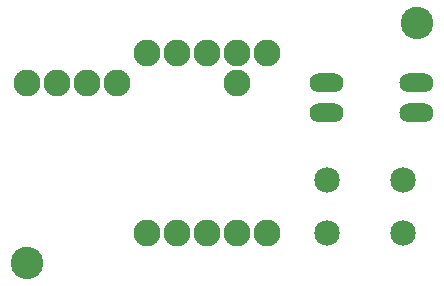
<source format=gts>
G04 MADE WITH FRITZING*
G04 WWW.FRITZING.ORG*
G04 DOUBLE SIDED*
G04 HOLES PLATED*
G04 CONTOUR ON CENTER OF CONTOUR VECTOR*
%ASAXBY*%
%FSLAX23Y23*%
%MOIN*%
%OFA0B0*%
%SFA1.0B1.0*%
%ADD10C,0.085000*%
%ADD11C,0.062000*%
%ADD12C,0.089370*%
%ADD13C,0.108425*%
%ADD14R,0.001000X0.001000*%
%LNMASK1*%
G90*
G70*
G54D10*
X1339Y184D03*
X1083Y184D03*
X1339Y361D03*
X1083Y361D03*
G54D11*
X1084Y684D03*
X1084Y584D03*
X1384Y584D03*
X1384Y684D03*
X1084Y684D03*
X1084Y584D03*
X1384Y584D03*
X1384Y684D03*
G54D12*
X484Y184D03*
X584Y184D03*
X684Y184D03*
X784Y184D03*
X884Y184D03*
G54D13*
X1384Y884D03*
X84Y84D03*
G54D12*
X484Y784D03*
X584Y784D03*
X684Y784D03*
X784Y784D03*
X884Y784D03*
X84Y684D03*
X184Y684D03*
X284Y684D03*
X384Y684D03*
X784Y684D03*
G54D14*
X1056Y715D02*
X1110Y715D01*
X1356Y715D02*
X1410Y715D01*
X1050Y714D02*
X1116Y714D01*
X1350Y714D02*
X1416Y714D01*
X1047Y713D02*
X1119Y713D01*
X1347Y713D02*
X1419Y713D01*
X1044Y712D02*
X1122Y712D01*
X1344Y712D02*
X1422Y712D01*
X1042Y711D02*
X1124Y711D01*
X1342Y711D02*
X1424Y711D01*
X1041Y710D02*
X1125Y710D01*
X1341Y710D02*
X1425Y710D01*
X1039Y709D02*
X1127Y709D01*
X1339Y709D02*
X1427Y709D01*
X1038Y708D02*
X1128Y708D01*
X1338Y708D02*
X1428Y708D01*
X1037Y707D02*
X1129Y707D01*
X1337Y707D02*
X1429Y707D01*
X1036Y706D02*
X1130Y706D01*
X1336Y706D02*
X1430Y706D01*
X1035Y705D02*
X1131Y705D01*
X1335Y705D02*
X1431Y705D01*
X1034Y704D02*
X1132Y704D01*
X1334Y704D02*
X1432Y704D01*
X1033Y703D02*
X1133Y703D01*
X1333Y703D02*
X1433Y703D01*
X1032Y702D02*
X1134Y702D01*
X1332Y702D02*
X1434Y702D01*
X1032Y701D02*
X1134Y701D01*
X1332Y701D02*
X1434Y701D01*
X1031Y700D02*
X1135Y700D01*
X1331Y700D02*
X1435Y700D01*
X1030Y699D02*
X1136Y699D01*
X1330Y699D02*
X1435Y699D01*
X1030Y698D02*
X1136Y698D01*
X1330Y698D02*
X1436Y698D01*
X1029Y697D02*
X1137Y697D01*
X1329Y697D02*
X1436Y697D01*
X1029Y696D02*
X1137Y696D01*
X1329Y696D02*
X1437Y696D01*
X1029Y695D02*
X1082Y695D01*
X1084Y695D02*
X1137Y695D01*
X1329Y695D02*
X1382Y695D01*
X1384Y695D02*
X1437Y695D01*
X1028Y694D02*
X1078Y694D01*
X1088Y694D02*
X1138Y694D01*
X1328Y694D02*
X1378Y694D01*
X1388Y694D02*
X1438Y694D01*
X1028Y693D02*
X1076Y693D01*
X1090Y693D02*
X1138Y693D01*
X1328Y693D02*
X1376Y693D01*
X1390Y693D02*
X1438Y693D01*
X1028Y692D02*
X1075Y692D01*
X1091Y692D02*
X1138Y692D01*
X1328Y692D02*
X1375Y692D01*
X1391Y692D02*
X1438Y692D01*
X1027Y691D02*
X1074Y691D01*
X1092Y691D02*
X1139Y691D01*
X1327Y691D02*
X1374Y691D01*
X1392Y691D02*
X1439Y691D01*
X1027Y690D02*
X1073Y690D01*
X1093Y690D02*
X1139Y690D01*
X1327Y690D02*
X1373Y690D01*
X1393Y690D02*
X1439Y690D01*
X1027Y689D02*
X1073Y689D01*
X1093Y689D02*
X1139Y689D01*
X1327Y689D02*
X1373Y689D01*
X1393Y689D02*
X1439Y689D01*
X1027Y688D02*
X1072Y688D01*
X1094Y688D02*
X1139Y688D01*
X1327Y688D02*
X1372Y688D01*
X1394Y688D02*
X1439Y688D01*
X1027Y687D02*
X1072Y687D01*
X1094Y687D02*
X1139Y687D01*
X1327Y687D02*
X1372Y687D01*
X1394Y687D02*
X1439Y687D01*
X1027Y686D02*
X1072Y686D01*
X1094Y686D02*
X1139Y686D01*
X1327Y686D02*
X1372Y686D01*
X1394Y686D02*
X1439Y686D01*
X1027Y685D02*
X1072Y685D01*
X1094Y685D02*
X1139Y685D01*
X1326Y685D02*
X1371Y685D01*
X1394Y685D02*
X1439Y685D01*
X1026Y684D02*
X1071Y684D01*
X1094Y684D02*
X1139Y684D01*
X1326Y684D02*
X1371Y684D01*
X1394Y684D02*
X1439Y684D01*
X1027Y683D02*
X1072Y683D01*
X1094Y683D02*
X1139Y683D01*
X1326Y683D02*
X1371Y683D01*
X1394Y683D02*
X1439Y683D01*
X1027Y682D02*
X1072Y682D01*
X1094Y682D02*
X1139Y682D01*
X1327Y682D02*
X1372Y682D01*
X1394Y682D02*
X1439Y682D01*
X1027Y681D02*
X1072Y681D01*
X1094Y681D02*
X1139Y681D01*
X1327Y681D02*
X1372Y681D01*
X1394Y681D02*
X1439Y681D01*
X1027Y680D02*
X1072Y680D01*
X1094Y680D02*
X1139Y680D01*
X1327Y680D02*
X1372Y680D01*
X1394Y680D02*
X1439Y680D01*
X1027Y679D02*
X1073Y679D01*
X1093Y679D02*
X1139Y679D01*
X1327Y679D02*
X1373Y679D01*
X1393Y679D02*
X1439Y679D01*
X1027Y678D02*
X1073Y678D01*
X1093Y678D02*
X1139Y678D01*
X1327Y678D02*
X1373Y678D01*
X1393Y678D02*
X1439Y678D01*
X1027Y677D02*
X1074Y677D01*
X1092Y677D02*
X1139Y677D01*
X1327Y677D02*
X1374Y677D01*
X1392Y677D02*
X1438Y677D01*
X1028Y676D02*
X1075Y676D01*
X1091Y676D02*
X1138Y676D01*
X1328Y676D02*
X1375Y676D01*
X1391Y676D02*
X1438Y676D01*
X1028Y675D02*
X1076Y675D01*
X1090Y675D02*
X1138Y675D01*
X1328Y675D02*
X1376Y675D01*
X1390Y675D02*
X1438Y675D01*
X1028Y674D02*
X1078Y674D01*
X1088Y674D02*
X1138Y674D01*
X1328Y674D02*
X1378Y674D01*
X1388Y674D02*
X1438Y674D01*
X1029Y673D02*
X1137Y673D01*
X1329Y673D02*
X1437Y673D01*
X1029Y672D02*
X1137Y672D01*
X1329Y672D02*
X1437Y672D01*
X1030Y671D02*
X1136Y671D01*
X1329Y671D02*
X1436Y671D01*
X1030Y670D02*
X1136Y670D01*
X1330Y670D02*
X1436Y670D01*
X1031Y669D02*
X1135Y669D01*
X1330Y669D02*
X1435Y669D01*
X1031Y668D02*
X1135Y668D01*
X1331Y668D02*
X1435Y668D01*
X1032Y667D02*
X1134Y667D01*
X1332Y667D02*
X1434Y667D01*
X1032Y666D02*
X1134Y666D01*
X1332Y666D02*
X1433Y666D01*
X1033Y665D02*
X1133Y665D01*
X1333Y665D02*
X1433Y665D01*
X1034Y664D02*
X1132Y664D01*
X1334Y664D02*
X1432Y664D01*
X1035Y663D02*
X1131Y663D01*
X1335Y663D02*
X1431Y663D01*
X1036Y662D02*
X1130Y662D01*
X1336Y662D02*
X1430Y662D01*
X1037Y661D02*
X1129Y661D01*
X1337Y661D02*
X1429Y661D01*
X1038Y660D02*
X1128Y660D01*
X1338Y660D02*
X1428Y660D01*
X1039Y659D02*
X1127Y659D01*
X1339Y659D02*
X1426Y659D01*
X1041Y658D02*
X1125Y658D01*
X1341Y658D02*
X1425Y658D01*
X1043Y657D02*
X1123Y657D01*
X1343Y657D02*
X1423Y657D01*
X1045Y656D02*
X1121Y656D01*
X1345Y656D02*
X1421Y656D01*
X1047Y655D02*
X1119Y655D01*
X1347Y655D02*
X1419Y655D01*
X1050Y654D02*
X1116Y654D01*
X1350Y654D02*
X1415Y654D01*
X1056Y615D02*
X1110Y615D01*
X1356Y615D02*
X1410Y615D01*
X1050Y614D02*
X1116Y614D01*
X1350Y614D02*
X1416Y614D01*
X1047Y613D02*
X1119Y613D01*
X1347Y613D02*
X1419Y613D01*
X1044Y612D02*
X1122Y612D01*
X1344Y612D02*
X1422Y612D01*
X1042Y611D02*
X1124Y611D01*
X1342Y611D02*
X1424Y611D01*
X1041Y610D02*
X1125Y610D01*
X1341Y610D02*
X1425Y610D01*
X1039Y609D02*
X1127Y609D01*
X1339Y609D02*
X1427Y609D01*
X1038Y608D02*
X1128Y608D01*
X1338Y608D02*
X1428Y608D01*
X1037Y607D02*
X1129Y607D01*
X1337Y607D02*
X1429Y607D01*
X1036Y606D02*
X1130Y606D01*
X1335Y606D02*
X1430Y606D01*
X1035Y605D02*
X1131Y605D01*
X1335Y605D02*
X1431Y605D01*
X1034Y604D02*
X1132Y604D01*
X1334Y604D02*
X1432Y604D01*
X1033Y603D02*
X1133Y603D01*
X1333Y603D02*
X1433Y603D01*
X1032Y602D02*
X1134Y602D01*
X1332Y602D02*
X1434Y602D01*
X1032Y601D02*
X1134Y601D01*
X1332Y601D02*
X1434Y601D01*
X1031Y600D02*
X1135Y600D01*
X1331Y600D02*
X1435Y600D01*
X1030Y599D02*
X1136Y599D01*
X1330Y599D02*
X1435Y599D01*
X1030Y598D02*
X1136Y598D01*
X1330Y598D02*
X1436Y598D01*
X1029Y597D02*
X1137Y597D01*
X1329Y597D02*
X1436Y597D01*
X1029Y596D02*
X1137Y596D01*
X1329Y596D02*
X1437Y596D01*
X1029Y595D02*
X1081Y595D01*
X1085Y595D02*
X1137Y595D01*
X1329Y595D02*
X1381Y595D01*
X1385Y595D02*
X1437Y595D01*
X1028Y594D02*
X1078Y594D01*
X1088Y594D02*
X1138Y594D01*
X1328Y594D02*
X1378Y594D01*
X1388Y594D02*
X1438Y594D01*
X1028Y593D02*
X1076Y593D01*
X1090Y593D02*
X1138Y593D01*
X1328Y593D02*
X1376Y593D01*
X1390Y593D02*
X1438Y593D01*
X1028Y592D02*
X1075Y592D01*
X1091Y592D02*
X1138Y592D01*
X1328Y592D02*
X1375Y592D01*
X1391Y592D02*
X1438Y592D01*
X1027Y591D02*
X1074Y591D01*
X1092Y591D02*
X1139Y591D01*
X1327Y591D02*
X1374Y591D01*
X1392Y591D02*
X1439Y591D01*
X1027Y590D02*
X1073Y590D01*
X1093Y590D02*
X1139Y590D01*
X1327Y590D02*
X1373Y590D01*
X1393Y590D02*
X1439Y590D01*
X1027Y589D02*
X1073Y589D01*
X1093Y589D02*
X1139Y589D01*
X1327Y589D02*
X1373Y589D01*
X1393Y589D02*
X1439Y589D01*
X1027Y588D02*
X1072Y588D01*
X1094Y588D02*
X1139Y588D01*
X1327Y588D02*
X1372Y588D01*
X1394Y588D02*
X1439Y588D01*
X1027Y587D02*
X1072Y587D01*
X1094Y587D02*
X1139Y587D01*
X1327Y587D02*
X1372Y587D01*
X1394Y587D02*
X1439Y587D01*
X1027Y586D02*
X1072Y586D01*
X1094Y586D02*
X1139Y586D01*
X1327Y586D02*
X1372Y586D01*
X1394Y586D02*
X1439Y586D01*
X1027Y585D02*
X1072Y585D01*
X1094Y585D02*
X1139Y585D01*
X1326Y585D02*
X1371Y585D01*
X1394Y585D02*
X1439Y585D01*
X1026Y584D02*
X1071Y584D01*
X1094Y584D02*
X1139Y584D01*
X1326Y584D02*
X1371Y584D01*
X1394Y584D02*
X1439Y584D01*
X1027Y583D02*
X1072Y583D01*
X1094Y583D02*
X1139Y583D01*
X1326Y583D02*
X1371Y583D01*
X1394Y583D02*
X1439Y583D01*
X1027Y582D02*
X1072Y582D01*
X1094Y582D02*
X1139Y582D01*
X1327Y582D02*
X1372Y582D01*
X1394Y582D02*
X1439Y582D01*
X1027Y581D02*
X1072Y581D01*
X1094Y581D02*
X1139Y581D01*
X1327Y581D02*
X1372Y581D01*
X1394Y581D02*
X1439Y581D01*
X1027Y580D02*
X1072Y580D01*
X1094Y580D02*
X1139Y580D01*
X1327Y580D02*
X1372Y580D01*
X1394Y580D02*
X1439Y580D01*
X1027Y579D02*
X1073Y579D01*
X1093Y579D02*
X1139Y579D01*
X1327Y579D02*
X1373Y579D01*
X1393Y579D02*
X1439Y579D01*
X1027Y578D02*
X1073Y578D01*
X1093Y578D02*
X1139Y578D01*
X1327Y578D02*
X1373Y578D01*
X1393Y578D02*
X1439Y578D01*
X1027Y577D02*
X1074Y577D01*
X1092Y577D02*
X1139Y577D01*
X1327Y577D02*
X1374Y577D01*
X1392Y577D02*
X1438Y577D01*
X1028Y576D02*
X1075Y576D01*
X1091Y576D02*
X1138Y576D01*
X1328Y576D02*
X1375Y576D01*
X1391Y576D02*
X1438Y576D01*
X1028Y575D02*
X1076Y575D01*
X1090Y575D02*
X1138Y575D01*
X1328Y575D02*
X1376Y575D01*
X1390Y575D02*
X1438Y575D01*
X1028Y574D02*
X1078Y574D01*
X1088Y574D02*
X1138Y574D01*
X1328Y574D02*
X1378Y574D01*
X1388Y574D02*
X1438Y574D01*
X1029Y573D02*
X1137Y573D01*
X1329Y573D02*
X1437Y573D01*
X1029Y572D02*
X1137Y572D01*
X1329Y572D02*
X1437Y572D01*
X1030Y571D02*
X1136Y571D01*
X1329Y571D02*
X1436Y571D01*
X1030Y570D02*
X1136Y570D01*
X1330Y570D02*
X1436Y570D01*
X1031Y569D02*
X1135Y569D01*
X1330Y569D02*
X1435Y569D01*
X1031Y568D02*
X1135Y568D01*
X1331Y568D02*
X1435Y568D01*
X1032Y567D02*
X1134Y567D01*
X1332Y567D02*
X1434Y567D01*
X1032Y566D02*
X1134Y566D01*
X1332Y566D02*
X1433Y566D01*
X1033Y565D02*
X1133Y565D01*
X1333Y565D02*
X1433Y565D01*
X1034Y564D02*
X1132Y564D01*
X1334Y564D02*
X1432Y564D01*
X1035Y563D02*
X1131Y563D01*
X1335Y563D02*
X1431Y563D01*
X1036Y562D02*
X1130Y562D01*
X1336Y562D02*
X1430Y562D01*
X1037Y561D02*
X1129Y561D01*
X1337Y561D02*
X1429Y561D01*
X1038Y560D02*
X1128Y560D01*
X1338Y560D02*
X1428Y560D01*
X1039Y559D02*
X1127Y559D01*
X1339Y559D02*
X1426Y559D01*
X1041Y558D02*
X1125Y558D01*
X1341Y558D02*
X1425Y558D01*
X1043Y557D02*
X1123Y557D01*
X1343Y557D02*
X1423Y557D01*
X1045Y556D02*
X1121Y556D01*
X1345Y556D02*
X1421Y556D01*
X1047Y555D02*
X1119Y555D01*
X1347Y555D02*
X1419Y555D01*
X1050Y554D02*
X1115Y554D01*
X1350Y554D02*
X1415Y554D01*
D02*
G04 End of Mask1*
M02*
</source>
